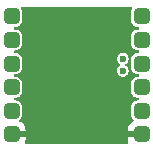
<source format=gbr>
%TF.GenerationSoftware,KiCad,Pcbnew,7.0.11*%
%TF.CreationDate,2024-12-11T11:32:47-03:00*%
%TF.ProjectId,Placa_SiPM,506c6163-615f-4536-9950-4d2e6b696361,rev?*%
%TF.SameCoordinates,Original*%
%TF.FileFunction,Copper,L2,Inr*%
%TF.FilePolarity,Positive*%
%FSLAX46Y46*%
G04 Gerber Fmt 4.6, Leading zero omitted, Abs format (unit mm)*
G04 Created by KiCad (PCBNEW 7.0.11) date 2024-12-11 11:32:47*
%MOMM*%
%LPD*%
G01*
G04 APERTURE LIST*
G04 Aperture macros list*
%AMRoundRect*
0 Rectangle with rounded corners*
0 $1 Rounding radius*
0 $2 $3 $4 $5 $6 $7 $8 $9 X,Y pos of 4 corners*
0 Add a 4 corners polygon primitive as box body*
4,1,4,$2,$3,$4,$5,$6,$7,$8,$9,$2,$3,0*
0 Add four circle primitives for the rounded corners*
1,1,$1+$1,$2,$3*
1,1,$1+$1,$4,$5*
1,1,$1+$1,$6,$7*
1,1,$1+$1,$8,$9*
0 Add four rect primitives between the rounded corners*
20,1,$1+$1,$2,$3,$4,$5,0*
20,1,$1+$1,$4,$5,$6,$7,0*
20,1,$1+$1,$6,$7,$8,$9,0*
20,1,$1+$1,$8,$9,$2,$3,0*%
G04 Aperture macros list end*
%TA.AperFunction,ComponentPad*%
%ADD10RoundRect,0.337500X-0.337500X-0.337500X0.337500X-0.337500X0.337500X0.337500X-0.337500X0.337500X0*%
%TD*%
%TA.AperFunction,ComponentPad*%
%ADD11RoundRect,0.337500X0.337500X0.337500X-0.337500X0.337500X-0.337500X-0.337500X0.337500X-0.337500X0*%
%TD*%
%TA.AperFunction,ViaPad*%
%ADD12C,0.600000*%
%TD*%
G04 APERTURE END LIST*
D10*
%TO.N,Cat*%
%TO.C,J1*%
X145000000Y-118000000D03*
X145000000Y-120000000D03*
%TO.N,An*%
X145000000Y-122000000D03*
X145000000Y-124000000D03*
%TO.N,Fout*%
X145000000Y-126000000D03*
%TO.N,GND*%
X145000000Y-128000000D03*
%TD*%
D11*
%TO.N,GND*%
%TO.C,J2*%
X156000000Y-128000000D03*
%TO.N,Fout2*%
X156000000Y-126000000D03*
%TO.N,An2*%
X156000000Y-124000000D03*
X156000000Y-122000000D03*
%TO.N,Cat2*%
X156000000Y-120000000D03*
X156000000Y-118000000D03*
%TD*%
D12*
%TO.N,Fout*%
X154400000Y-121600000D03*
%TO.N,GND*%
X150300000Y-118600000D03*
X148900000Y-127600000D03*
X151500000Y-118000000D03*
X149900000Y-118000000D03*
X149700000Y-128400000D03*
X152100000Y-127600000D03*
X149500000Y-118600000D03*
X150700000Y-118000000D03*
X148900000Y-128400000D03*
X148700000Y-118600000D03*
X149100000Y-118000000D03*
X148300000Y-118000000D03*
X151900000Y-118600000D03*
X151100000Y-118600000D03*
X150500000Y-128400000D03*
X155100000Y-121000000D03*
X151300000Y-128400000D03*
X152100000Y-128400000D03*
X152300000Y-118000000D03*
%TO.N,Fout2*%
X154400000Y-122600000D03*
%TD*%
%TA.AperFunction,Conductor*%
%TO.N,GND*%
G36*
X155196520Y-117219407D02*
G01*
X155232484Y-117268907D01*
X155232484Y-117330093D01*
X155217213Y-117359319D01*
X155189138Y-117396341D01*
X155134883Y-117533920D01*
X155124500Y-117620379D01*
X155124500Y-118379620D01*
X155134883Y-118466079D01*
X155189138Y-118603658D01*
X155278500Y-118721500D01*
X155396342Y-118810862D01*
X155533923Y-118865117D01*
X155620382Y-118875500D01*
X155700500Y-118875500D01*
X155758691Y-118894407D01*
X155794655Y-118943907D01*
X155799500Y-118974500D01*
X155799500Y-119025500D01*
X155780593Y-119083691D01*
X155731093Y-119119655D01*
X155700500Y-119124500D01*
X155620379Y-119124500D01*
X155533920Y-119134883D01*
X155396341Y-119189138D01*
X155278503Y-119278497D01*
X155278497Y-119278503D01*
X155189138Y-119396341D01*
X155134883Y-119533920D01*
X155124500Y-119620379D01*
X155124500Y-120379620D01*
X155134883Y-120466079D01*
X155189138Y-120603658D01*
X155278500Y-120721500D01*
X155396342Y-120810862D01*
X155533923Y-120865117D01*
X155620382Y-120875500D01*
X155700500Y-120875500D01*
X155758691Y-120894407D01*
X155794655Y-120943907D01*
X155799500Y-120974500D01*
X155799500Y-121025500D01*
X155780593Y-121083691D01*
X155731093Y-121119655D01*
X155700500Y-121124500D01*
X155620379Y-121124500D01*
X155533920Y-121134883D01*
X155396341Y-121189138D01*
X155278503Y-121278497D01*
X155278497Y-121278503D01*
X155189138Y-121396341D01*
X155134883Y-121533920D01*
X155124500Y-121620379D01*
X155124500Y-122379620D01*
X155134883Y-122466079D01*
X155187694Y-122599997D01*
X155189138Y-122603658D01*
X155278500Y-122721500D01*
X155396342Y-122810862D01*
X155533923Y-122865117D01*
X155620382Y-122875500D01*
X155700500Y-122875500D01*
X155758691Y-122894407D01*
X155794655Y-122943907D01*
X155799500Y-122974500D01*
X155799500Y-123025500D01*
X155780593Y-123083691D01*
X155731093Y-123119655D01*
X155700500Y-123124500D01*
X155620379Y-123124500D01*
X155533920Y-123134883D01*
X155396341Y-123189138D01*
X155278503Y-123278497D01*
X155278497Y-123278503D01*
X155189138Y-123396341D01*
X155134883Y-123533920D01*
X155124500Y-123620379D01*
X155124500Y-124379620D01*
X155134883Y-124466079D01*
X155189138Y-124603658D01*
X155278500Y-124721500D01*
X155396342Y-124810862D01*
X155533923Y-124865117D01*
X155620382Y-124875500D01*
X155700500Y-124875500D01*
X155758691Y-124894407D01*
X155794655Y-124943907D01*
X155799500Y-124974500D01*
X155799500Y-125025500D01*
X155780593Y-125083691D01*
X155731093Y-125119655D01*
X155700500Y-125124500D01*
X155620379Y-125124500D01*
X155533920Y-125134883D01*
X155396341Y-125189138D01*
X155278503Y-125278497D01*
X155278497Y-125278503D01*
X155189138Y-125396341D01*
X155134883Y-125533920D01*
X155124500Y-125620379D01*
X155124500Y-126379620D01*
X155134883Y-126466079D01*
X155189138Y-126603658D01*
X155278500Y-126721500D01*
X155278504Y-126721503D01*
X155278506Y-126721505D01*
X155307903Y-126743797D01*
X155342846Y-126794023D01*
X155341593Y-126855195D01*
X155304624Y-126903948D01*
X155292073Y-126911372D01*
X155208789Y-126952677D01*
X155208784Y-126952680D01*
X155066812Y-127066800D01*
X155066800Y-127066812D01*
X154952680Y-127208784D01*
X154952675Y-127208792D01*
X154871741Y-127371982D01*
X154871738Y-127371988D01*
X154827774Y-127548769D01*
X154827773Y-127548774D01*
X154825000Y-127589661D01*
X154825000Y-127749999D01*
X154825001Y-127750000D01*
X155684314Y-127750000D01*
X155672359Y-127761955D01*
X155614835Y-127874852D01*
X155595014Y-128000000D01*
X155614835Y-128125148D01*
X155672359Y-128238045D01*
X155684314Y-128250000D01*
X154825002Y-128250000D01*
X154825001Y-128250001D01*
X154825001Y-128410340D01*
X154827774Y-128451227D01*
X154871738Y-128628012D01*
X154871739Y-128628014D01*
X154885874Y-128656514D01*
X154894790Y-128717046D01*
X154866423Y-128771258D01*
X154811608Y-128798443D01*
X154797182Y-128799500D01*
X146202818Y-128799500D01*
X146144627Y-128780593D01*
X146108663Y-128731093D01*
X146108663Y-128669907D01*
X146114126Y-128656514D01*
X146128260Y-128628014D01*
X146128261Y-128628011D01*
X146172225Y-128451230D01*
X146172226Y-128451225D01*
X146174999Y-128410338D01*
X146175000Y-128410319D01*
X146175000Y-128250001D01*
X146174999Y-128250000D01*
X145315686Y-128250000D01*
X145327641Y-128238045D01*
X145385165Y-128125148D01*
X145404986Y-128000000D01*
X145385165Y-127874852D01*
X145327641Y-127761955D01*
X145315686Y-127750000D01*
X146174998Y-127750000D01*
X146174999Y-127749999D01*
X146174999Y-127589684D01*
X146174998Y-127589659D01*
X146172225Y-127548772D01*
X146128261Y-127371987D01*
X146128258Y-127371982D01*
X146047324Y-127208792D01*
X146047319Y-127208784D01*
X145933199Y-127066812D01*
X145933187Y-127066800D01*
X145791215Y-126952680D01*
X145791207Y-126952675D01*
X145707927Y-126911372D01*
X145664196Y-126868579D01*
X145653971Y-126808254D01*
X145681156Y-126753440D01*
X145692089Y-126743802D01*
X145721500Y-126721500D01*
X145810862Y-126603658D01*
X145865117Y-126466077D01*
X145875500Y-126379618D01*
X145875500Y-125620382D01*
X145865117Y-125533923D01*
X145810862Y-125396342D01*
X145721500Y-125278500D01*
X145603658Y-125189138D01*
X145466079Y-125134883D01*
X145379620Y-125124500D01*
X145379618Y-125124500D01*
X145299500Y-125124500D01*
X145241309Y-125105593D01*
X145205345Y-125056093D01*
X145200500Y-125025500D01*
X145200500Y-124974500D01*
X145219407Y-124916309D01*
X145268907Y-124880345D01*
X145299500Y-124875500D01*
X145379616Y-124875500D01*
X145379618Y-124875500D01*
X145466077Y-124865117D01*
X145603658Y-124810862D01*
X145721500Y-124721500D01*
X145810862Y-124603658D01*
X145865117Y-124466077D01*
X145875500Y-124379618D01*
X145875500Y-123620382D01*
X145865117Y-123533923D01*
X145810862Y-123396342D01*
X145721500Y-123278500D01*
X145603658Y-123189138D01*
X145466079Y-123134883D01*
X145379620Y-123124500D01*
X145379618Y-123124500D01*
X145299500Y-123124500D01*
X145241309Y-123105593D01*
X145205345Y-123056093D01*
X145200500Y-123025500D01*
X145200500Y-122974500D01*
X145219407Y-122916309D01*
X145268907Y-122880345D01*
X145299500Y-122875500D01*
X145379616Y-122875500D01*
X145379618Y-122875500D01*
X145466077Y-122865117D01*
X145603658Y-122810862D01*
X145721500Y-122721500D01*
X145810862Y-122603658D01*
X145812304Y-122600002D01*
X153894353Y-122600002D01*
X153914834Y-122742456D01*
X153974622Y-122873371D01*
X153974623Y-122873373D01*
X154068872Y-122982143D01*
X154068873Y-122982144D01*
X154189942Y-123059950D01*
X154189947Y-123059953D01*
X154296403Y-123091211D01*
X154328035Y-123100499D01*
X154328036Y-123100499D01*
X154328039Y-123100500D01*
X154328041Y-123100500D01*
X154471959Y-123100500D01*
X154471961Y-123100500D01*
X154610053Y-123059953D01*
X154731128Y-122982143D01*
X154825377Y-122873373D01*
X154885165Y-122742457D01*
X154905647Y-122600000D01*
X154885165Y-122457543D01*
X154825377Y-122326627D01*
X154731128Y-122217857D01*
X154731127Y-122217856D01*
X154731126Y-122217855D01*
X154677331Y-122183284D01*
X154638600Y-122135919D01*
X154635106Y-122074833D01*
X154668185Y-122023360D01*
X154677331Y-122016716D01*
X154731126Y-121982144D01*
X154731125Y-121982144D01*
X154731128Y-121982143D01*
X154825377Y-121873373D01*
X154885165Y-121742457D01*
X154891992Y-121694971D01*
X154905647Y-121600002D01*
X154905647Y-121599997D01*
X154885165Y-121457543D01*
X154857215Y-121396342D01*
X154825377Y-121326627D01*
X154731128Y-121217857D01*
X154731127Y-121217856D01*
X154731126Y-121217855D01*
X154610057Y-121140049D01*
X154610054Y-121140047D01*
X154610053Y-121140047D01*
X154610050Y-121140046D01*
X154471964Y-121099500D01*
X154471961Y-121099500D01*
X154328039Y-121099500D01*
X154328035Y-121099500D01*
X154189949Y-121140046D01*
X154189942Y-121140049D01*
X154068873Y-121217855D01*
X153974622Y-121326628D01*
X153914834Y-121457543D01*
X153894353Y-121599997D01*
X153894353Y-121600002D01*
X153914834Y-121742456D01*
X153974622Y-121873371D01*
X153974623Y-121873373D01*
X154068872Y-121982143D01*
X154122669Y-122016716D01*
X154161400Y-122064082D01*
X154164893Y-122125168D01*
X154131813Y-122176640D01*
X154122669Y-122183284D01*
X154068872Y-122217857D01*
X153974622Y-122326628D01*
X153914834Y-122457543D01*
X153894353Y-122599997D01*
X153894353Y-122600002D01*
X145812304Y-122600002D01*
X145865117Y-122466077D01*
X145875500Y-122379618D01*
X145875500Y-121620382D01*
X145865117Y-121533923D01*
X145810862Y-121396342D01*
X145721500Y-121278500D01*
X145603658Y-121189138D01*
X145466079Y-121134883D01*
X145379620Y-121124500D01*
X145379618Y-121124500D01*
X145299500Y-121124500D01*
X145241309Y-121105593D01*
X145205345Y-121056093D01*
X145200500Y-121025500D01*
X145200500Y-120974500D01*
X145219407Y-120916309D01*
X145268907Y-120880345D01*
X145299500Y-120875500D01*
X145379616Y-120875500D01*
X145379618Y-120875500D01*
X145466077Y-120865117D01*
X145603658Y-120810862D01*
X145721500Y-120721500D01*
X145810862Y-120603658D01*
X145865117Y-120466077D01*
X145875500Y-120379618D01*
X145875500Y-119620382D01*
X145865117Y-119533923D01*
X145810862Y-119396342D01*
X145721500Y-119278500D01*
X145603658Y-119189138D01*
X145466079Y-119134883D01*
X145379620Y-119124500D01*
X145379618Y-119124500D01*
X145299500Y-119124500D01*
X145241309Y-119105593D01*
X145205345Y-119056093D01*
X145200500Y-119025500D01*
X145200500Y-118974500D01*
X145219407Y-118916309D01*
X145268907Y-118880345D01*
X145299500Y-118875500D01*
X145379616Y-118875500D01*
X145379618Y-118875500D01*
X145466077Y-118865117D01*
X145603658Y-118810862D01*
X145721500Y-118721500D01*
X145810862Y-118603658D01*
X145865117Y-118466077D01*
X145875500Y-118379618D01*
X145875500Y-117620382D01*
X145865117Y-117533923D01*
X145810862Y-117396342D01*
X145782787Y-117359319D01*
X145762692Y-117301528D01*
X145780403Y-117242962D01*
X145829156Y-117205992D01*
X145861671Y-117200500D01*
X155138329Y-117200500D01*
X155196520Y-117219407D01*
G37*
%TD.AperFunction*%
%TD*%
M02*

</source>
